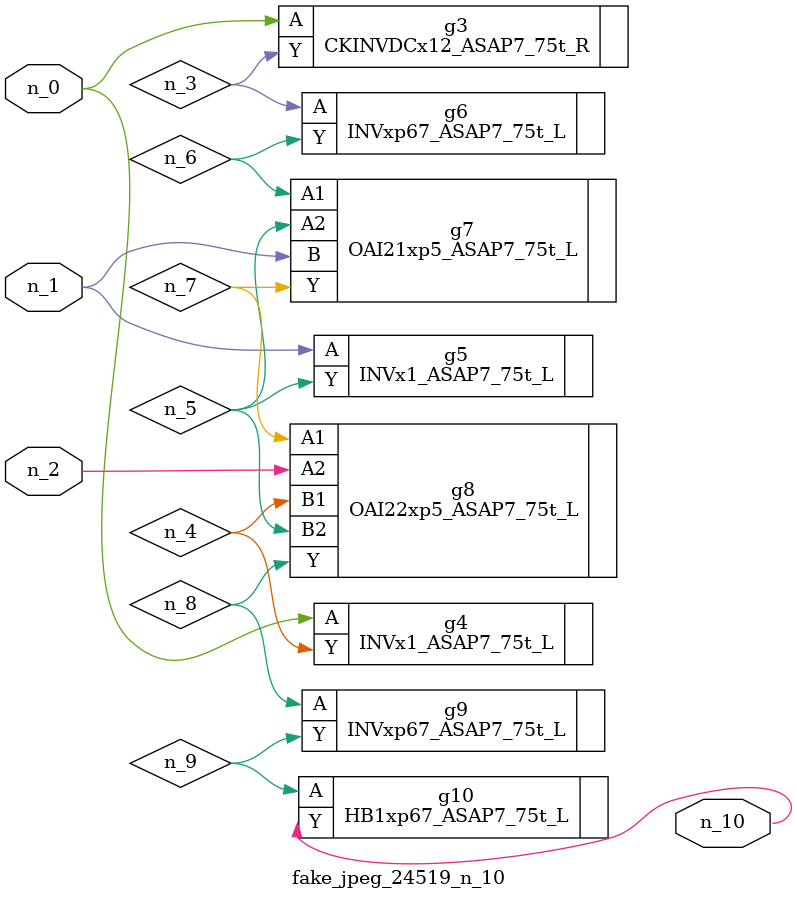
<source format=v>
module fake_jpeg_24519_n_10 (n_0, n_2, n_1, n_10);

input n_0;
input n_2;
input n_1;

output n_10;

wire n_3;
wire n_4;
wire n_8;
wire n_9;
wire n_6;
wire n_5;
wire n_7;

CKINVDCx12_ASAP7_75t_R g3 ( 
.A(n_0),
.Y(n_3)
);

INVx1_ASAP7_75t_L g4 ( 
.A(n_0),
.Y(n_4)
);

INVx1_ASAP7_75t_L g5 ( 
.A(n_1),
.Y(n_5)
);

INVxp67_ASAP7_75t_L g6 ( 
.A(n_3),
.Y(n_6)
);

OAI21xp5_ASAP7_75t_L g7 ( 
.A1(n_6),
.A2(n_5),
.B(n_1),
.Y(n_7)
);

OAI22xp5_ASAP7_75t_L g8 ( 
.A1(n_7),
.A2(n_2),
.B1(n_4),
.B2(n_5),
.Y(n_8)
);

INVxp67_ASAP7_75t_L g9 ( 
.A(n_8),
.Y(n_9)
);

HB1xp67_ASAP7_75t_L g10 ( 
.A(n_9),
.Y(n_10)
);


endmodule
</source>
